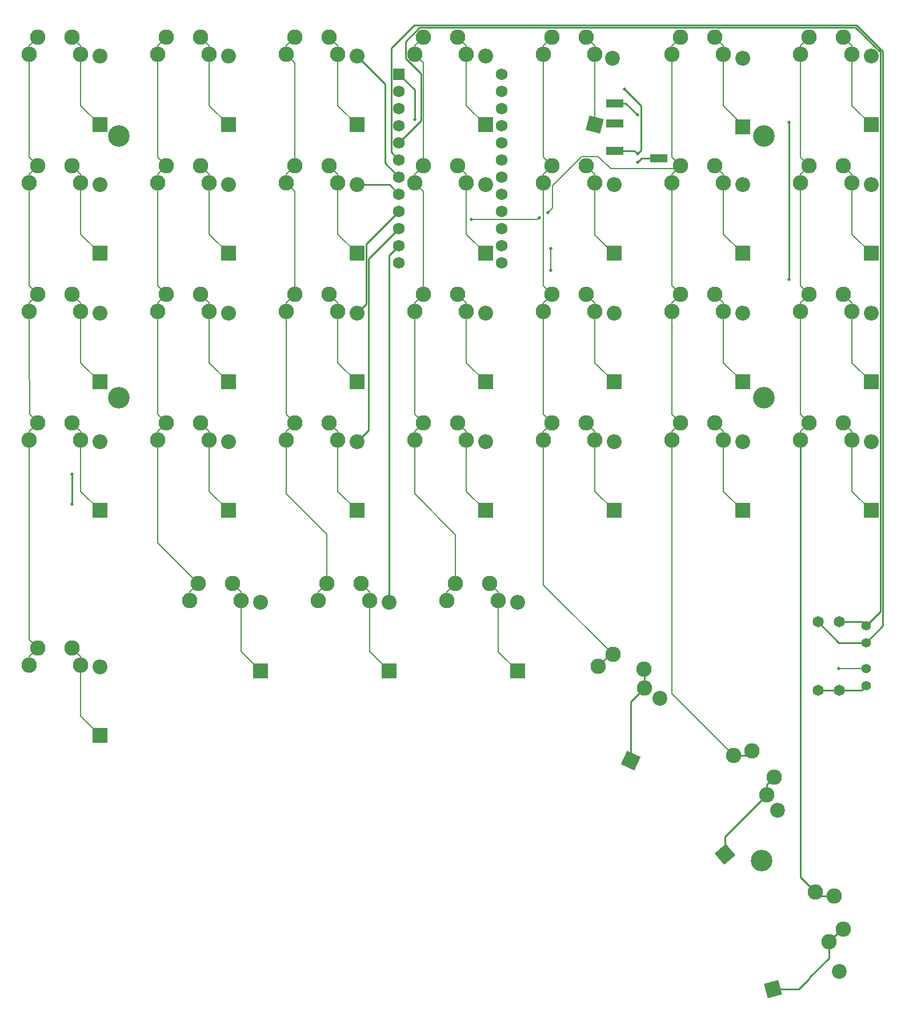
<source format=gbl>
%TF.GenerationSoftware,KiCad,Pcbnew,7.0.1*%
%TF.CreationDate,2023-04-06T15:27:56+10:00*%
%TF.ProjectId,genesys,67656e65-7379-4732-9e6b-696361645f70,rev?*%
%TF.SameCoordinates,Original*%
%TF.FileFunction,Copper,L2,Bot*%
%TF.FilePolarity,Positive*%
%FSLAX46Y46*%
G04 Gerber Fmt 4.6, Leading zero omitted, Abs format (unit mm)*
G04 Created by KiCad (PCBNEW 7.0.1) date 2023-04-06 15:27:56*
%MOMM*%
%LPD*%
G01*
G04 APERTURE LIST*
G04 Aperture macros list*
%AMHorizOval*
0 Thick line with rounded ends*
0 $1 width*
0 $2 $3 position (X,Y) of the first rounded end (center of the circle)*
0 $4 $5 position (X,Y) of the second rounded end (center of the circle)*
0 Add line between two ends*
20,1,$1,$2,$3,$4,$5,0*
0 Add two circle primitives to create the rounded ends*
1,1,$1,$2,$3*
1,1,$1,$4,$5*%
%AMRotRect*
0 Rectangle, with rotation*
0 The origin of the aperture is its center*
0 $1 length*
0 $2 width*
0 $3 Rotation angle, in degrees counterclockwise*
0 Add horizontal line*
21,1,$1,$2,0,0,$3*%
G04 Aperture macros list end*
%TA.AperFunction,ComponentPad*%
%ADD10C,1.651000*%
%TD*%
%TA.AperFunction,ComponentPad*%
%ADD11C,1.400000*%
%TD*%
%TA.AperFunction,SMDPad,CuDef*%
%ADD12R,2.500000X1.200000*%
%TD*%
%TA.AperFunction,ComponentPad*%
%ADD13C,3.200000*%
%TD*%
%TA.AperFunction,ComponentPad*%
%ADD14C,2.286000*%
%TD*%
%TA.AperFunction,ComponentPad*%
%ADD15R,2.200000X2.200000*%
%TD*%
%TA.AperFunction,ComponentPad*%
%ADD16O,2.200000X2.200000*%
%TD*%
%TA.AperFunction,ComponentPad*%
%ADD17RotRect,2.200000X2.200000X40.000000*%
%TD*%
%TA.AperFunction,ComponentPad*%
%ADD18HorizOval,2.200000X0.000000X0.000000X0.000000X0.000000X0*%
%TD*%
%TA.AperFunction,ComponentPad*%
%ADD19R,1.752600X1.752600*%
%TD*%
%TA.AperFunction,ComponentPad*%
%ADD20C,1.752600*%
%TD*%
%TA.AperFunction,ComponentPad*%
%ADD21RotRect,2.200000X2.200000X65.000000*%
%TD*%
%TA.AperFunction,ComponentPad*%
%ADD22HorizOval,2.200000X0.000000X0.000000X0.000000X0.000000X0*%
%TD*%
%TA.AperFunction,ComponentPad*%
%ADD23RotRect,2.200000X2.200000X75.000000*%
%TD*%
%TA.AperFunction,ComponentPad*%
%ADD24HorizOval,2.200000X0.000000X0.000000X0.000000X0.000000X0*%
%TD*%
%TA.AperFunction,ComponentPad*%
%ADD25RotRect,2.200000X2.200000X15.000000*%
%TD*%
%TA.AperFunction,ComponentPad*%
%ADD26HorizOval,2.200000X0.000000X0.000000X0.000000X0.000000X0*%
%TD*%
%TA.AperFunction,ViaPad*%
%ADD27C,0.500000*%
%TD*%
%TA.AperFunction,Conductor*%
%ADD28C,0.254000*%
%TD*%
%TA.AperFunction,Conductor*%
%ADD29C,0.200000*%
%TD*%
G04 APERTURE END LIST*
D10*
%TO.P,R2,1*%
%TO.N,/SCL*%
X152500000Y-112540000D03*
%TO.P,R2,2*%
%TO.N,/LED_5V*%
X152500000Y-122700000D03*
%TD*%
%TO.P,R1,1*%
%TO.N,/SDA*%
X155650000Y-112540000D03*
%TO.P,R1,2*%
%TO.N,/LED_5V*%
X155650000Y-122700000D03*
%TD*%
D11*
%TO.P,TP4,2,2*%
%TO.N,/LED_GND*%
X159600000Y-119510000D03*
%TO.P,TP4,1,1*%
%TO.N,/LED_5V*%
X159600000Y-122050000D03*
%TD*%
%TO.P,TP3,2,2*%
%TO.N,/SCL*%
X159600000Y-115640000D03*
%TO.P,TP3,1,1*%
%TO.N,/SDA*%
X159600000Y-113100000D03*
%TD*%
D12*
%TO.P,J2,R1*%
%TO.N,/LED_GND*%
X122405000Y-42735000D03*
%TO.P,J2,R2*%
%TO.N,unconnected-(J2-PadR2)*%
X122405000Y-38735000D03*
%TO.P,J2,S*%
%TO.N,/LED_5V*%
X122405000Y-35735000D03*
%TO.P,J2,T*%
%TO.N,/SERIAL*%
X128905000Y-43835000D03*
%TD*%
D13*
%TO.P,H7,*%
%TO.N,*%
X144145000Y-147955000D03*
%TD*%
%TO.P,H5,*%
%TO.N,*%
X144500000Y-79300000D03*
%TD*%
%TO.P,H4,*%
%TO.N,*%
X144500000Y-40525000D03*
%TD*%
%TO.P,H2,*%
%TO.N,*%
X48895000Y-79375000D03*
%TD*%
%TO.P,H1,*%
%TO.N,*%
X48895000Y-40525000D03*
%TD*%
D14*
%TO.P,SW23,1,1*%
%TO.N,/Col1*%
X54660000Y-85595000D03*
X55930000Y-83055000D03*
%TO.P,SW23,2,2*%
%TO.N,Net-(D23-A)*%
X61010000Y-83055000D03*
X62280000Y-85595000D03*
%TD*%
D15*
%TO.P,D3,1,A*%
%TO.N,Net-(D3-A)*%
X84160000Y-38875000D03*
D16*
%TO.P,D3,2,K*%
%TO.N,/Row0*%
X84160000Y-28715000D03*
%TD*%
D15*
%TO.P,D22,1,A*%
%TO.N,Net-(D22-A)*%
X46060000Y-96025000D03*
D16*
%TO.P,D22,2,K*%
%TO.N,/Row3*%
X46060000Y-85865000D03*
%TD*%
D15*
%TO.P,D28,1,A*%
%TO.N,Net-(D28-A)*%
X160360000Y-96025000D03*
D16*
%TO.P,D28,2,K*%
%TO.N,/Row3*%
X160360000Y-85865000D03*
%TD*%
D14*
%TO.P,SW4,1,1*%
%TO.N,/Col3*%
X92760000Y-28445000D03*
X94030000Y-25905000D03*
%TO.P,SW4,2,2*%
%TO.N,Net-(D4-A)*%
X99110000Y-25905000D03*
X100380000Y-28445000D03*
%TD*%
%TO.P,SW18,1,1*%
%TO.N,/Col3*%
X92760000Y-66545000D03*
X94030000Y-64005000D03*
%TO.P,SW18,2,2*%
%TO.N,Net-(D18-A)*%
X99110000Y-64005000D03*
X100380000Y-66545000D03*
%TD*%
D15*
%TO.P,D11,1,A*%
%TO.N,Net-(D11-A)*%
X103210000Y-57925000D03*
D16*
%TO.P,D11,2,K*%
%TO.N,/Row1*%
X103210000Y-47765000D03*
%TD*%
D14*
%TO.P,SW30,1,1*%
%TO.N,/Col1*%
X59422500Y-109407500D03*
X60692500Y-106867500D03*
%TO.P,SW30,2,2*%
%TO.N,Net-(D30-A)*%
X65772500Y-106867500D03*
X67042500Y-109407500D03*
%TD*%
%TO.P,SW27,1,1*%
%TO.N,/Col5*%
X130860000Y-85595000D03*
X132130000Y-83055000D03*
%TO.P,SW27,2,2*%
%TO.N,Net-(D27-A)*%
X137210000Y-83055000D03*
X138480000Y-85595000D03*
%TD*%
%TO.P,SW15,1,1*%
%TO.N,/Col0*%
X35610000Y-66545000D03*
X36880000Y-64005000D03*
%TO.P,SW15,2,2*%
%TO.N,Net-(D15-A)*%
X41960000Y-64005000D03*
X43230000Y-66545000D03*
%TD*%
D15*
%TO.P,D17,1,A*%
%TO.N,Net-(D17-A)*%
X84160000Y-76975000D03*
D16*
%TO.P,D17,2,K*%
%TO.N,/Row2*%
X84160000Y-66815000D03*
%TD*%
D14*
%TO.P,SW32,1,1*%
%TO.N,/Col3*%
X97522500Y-109407500D03*
X98792500Y-106867500D03*
%TO.P,SW32,2,2*%
%TO.N,Net-(D32-A)*%
X103872500Y-106867500D03*
X105142500Y-109407500D03*
%TD*%
%TO.P,SW9,1,1*%
%TO.N,/Col1*%
X54660000Y-47495000D03*
X55930000Y-44955000D03*
%TO.P,SW9,2,2*%
%TO.N,Net-(D9-A)*%
X61010000Y-44955000D03*
X62280000Y-47495000D03*
%TD*%
D15*
%TO.P,D29,1,A*%
%TO.N,Net-(D29-A)*%
X46060000Y-129362500D03*
D16*
%TO.P,D29,2,K*%
%TO.N,/Row4*%
X46060000Y-119202500D03*
%TD*%
D15*
%TO.P,D20,1,A*%
%TO.N,Net-(D20-A)*%
X141310000Y-76975000D03*
D16*
%TO.P,D20,2,K*%
%TO.N,/Row2*%
X141310000Y-66815000D03*
%TD*%
D15*
%TO.P,D21,1,A*%
%TO.N,Net-(D21-A)*%
X160360000Y-76975000D03*
D16*
%TO.P,D21,2,K*%
%TO.N,/Row2*%
X160360000Y-66815000D03*
%TD*%
D15*
%TO.P,D18,1,A*%
%TO.N,Net-(D18-A)*%
X103210000Y-76975000D03*
D16*
%TO.P,D18,2,K*%
%TO.N,/Row2*%
X103210000Y-66815000D03*
%TD*%
D14*
%TO.P,SW10,1,1*%
%TO.N,/Col2*%
X73710000Y-47495000D03*
X74980000Y-44955000D03*
%TO.P,SW10,2,2*%
%TO.N,Net-(D10-A)*%
X80060000Y-44955000D03*
X81330000Y-47495000D03*
%TD*%
D15*
%TO.P,D23,1,A*%
%TO.N,Net-(D23-A)*%
X65110000Y-96025000D03*
D16*
%TO.P,D23,2,K*%
%TO.N,/Row3*%
X65110000Y-85865000D03*
%TD*%
D14*
%TO.P,SW20,1,1*%
%TO.N,/Col5*%
X130860000Y-66545000D03*
X132130000Y-64005000D03*
%TO.P,SW20,2,2*%
%TO.N,Net-(D20-A)*%
X137210000Y-64005000D03*
X138480000Y-66545000D03*
%TD*%
%TO.P,SW7,1,1*%
%TO.N,/Col6*%
X149910000Y-28445000D03*
X151180000Y-25905000D03*
%TO.P,SW7,2,2*%
%TO.N,Net-(D7-A)*%
X156260000Y-25905000D03*
X157530000Y-28445000D03*
%TD*%
%TO.P,SW33,1,1*%
%TO.N,/Col4*%
X119885644Y-119143024D03*
X122110105Y-117377727D03*
%TO.P,SW33,2,2*%
%TO.N,Net-(D33-A)*%
X126714149Y-119524628D03*
X126791709Y-122363375D03*
%TD*%
D15*
%TO.P,D6,1,A*%
%TO.N,Net-(D6-A)*%
X141300000Y-39196904D03*
D16*
%TO.P,D6,2,K*%
%TO.N,/Row0*%
X141300000Y-29036904D03*
%TD*%
D14*
%TO.P,SW28,1,1*%
%TO.N,/Col6*%
X149910000Y-85595000D03*
X151180000Y-83055000D03*
%TO.P,SW28,2,2*%
%TO.N,Net-(D28-A)*%
X156260000Y-83055000D03*
X157530000Y-85595000D03*
%TD*%
%TO.P,SW24,1,1*%
%TO.N,/Col2*%
X73710000Y-85595000D03*
X74980000Y-83055000D03*
%TO.P,SW24,2,2*%
%TO.N,Net-(D24-A)*%
X80060000Y-83055000D03*
X81330000Y-85595000D03*
%TD*%
D15*
%TO.P,D7,1,A*%
%TO.N,Net-(D7-A)*%
X160360000Y-38875000D03*
D16*
%TO.P,D7,2,K*%
%TO.N,/Row0*%
X160360000Y-28715000D03*
%TD*%
D15*
%TO.P,D32,1,A*%
%TO.N,Net-(D32-A)*%
X107972500Y-119837500D03*
D16*
%TO.P,D32,2,K*%
%TO.N,/Row4*%
X107972500Y-109677500D03*
%TD*%
D15*
%TO.P,D12,1,A*%
%TO.N,Net-(D12-A)*%
X122260000Y-57925000D03*
D16*
%TO.P,D12,2,K*%
%TO.N,/Row1*%
X122260000Y-47765000D03*
%TD*%
D14*
%TO.P,SW34,1,1*%
%TO.N,/Col5*%
X139961958Y-132337741D03*
X142724051Y-131677937D03*
%TO.P,SW34,2,2*%
%TO.N,Net-(D34-A)*%
X145989412Y-135569443D03*
X144860000Y-138175000D03*
%TD*%
%TO.P,SW6,1,1*%
%TO.N,/Col5*%
X130860000Y-28445000D03*
X132130000Y-25905000D03*
%TO.P,SW6,2,2*%
%TO.N,Net-(D6-A)*%
X137210000Y-25905000D03*
X138480000Y-28445000D03*
%TD*%
D17*
%TO.P,D34,1,A*%
%TO.N,Net-(D34-A)*%
X138693811Y-146991561D03*
D18*
%TO.P,D34,2,K*%
%TO.N,/Row4*%
X146476823Y-140460839D03*
%TD*%
D14*
%TO.P,SW26,1,1*%
%TO.N,/Col4*%
X111810000Y-85595000D03*
X113080000Y-83055000D03*
%TO.P,SW26,2,2*%
%TO.N,Net-(D26-A)*%
X118160000Y-83055000D03*
X119430000Y-85595000D03*
%TD*%
%TO.P,SW22,1,1*%
%TO.N,/Col0*%
X35610000Y-85595000D03*
X36880000Y-83055000D03*
%TO.P,SW22,2,2*%
%TO.N,Net-(D22-A)*%
X41960000Y-83055000D03*
X43230000Y-85595000D03*
%TD*%
D19*
%TO.P,U1,1,TX*%
%TO.N,/SERIAL*%
X90396400Y-31376750D03*
D20*
%TO.P,U1,2,RX*%
%TO.N,unconnected-(U1-RX-Pad2)*%
X90396400Y-33916750D03*
%TO.P,U1,3,GND*%
%TO.N,unconnected-(U1-GND-Pad3)*%
X90396400Y-36456750D03*
%TO.P,U1,4,GND*%
%TO.N,unconnected-(U1-GND-Pad4)*%
X90396400Y-38996750D03*
%TO.P,U1,5,SDA*%
%TO.N,/SDA*%
X90396400Y-41536750D03*
%TO.P,U1,6,SCL*%
%TO.N,/SCL*%
X90396400Y-44076750D03*
%TO.P,U1,7,D4*%
%TO.N,/Row0*%
X90396400Y-46616750D03*
%TO.P,U1,8,C6*%
%TO.N,/Row1*%
X90396400Y-49156750D03*
%TO.P,U1,9,D7*%
%TO.N,/Row2*%
X90396400Y-51696750D03*
%TO.P,U1,10,E6*%
%TO.N,/Row3*%
X90396400Y-54236750D03*
%TO.P,U1,11,B4*%
%TO.N,/Row4*%
X90396400Y-56776750D03*
%TO.P,U1,12,B5*%
%TO.N,/Row5*%
X90396400Y-59316750D03*
%TO.P,U1,13,B6*%
%TO.N,/LED_DIN*%
X105636400Y-59316750D03*
%TO.P,U1,14,B2*%
%TO.N,/Col6*%
X105636400Y-56776750D03*
%TO.P,U1,15,B3*%
%TO.N,/Col5*%
X105636400Y-54236750D03*
%TO.P,U1,16,B1*%
%TO.N,/Col4*%
X105636400Y-51696750D03*
%TO.P,U1,17,F7*%
%TO.N,/Col3*%
X105636400Y-49156750D03*
%TO.P,U1,18,F6*%
%TO.N,/Col2*%
X105636400Y-46616750D03*
%TO.P,U1,19,F5*%
%TO.N,/Col1*%
X105636400Y-44076750D03*
%TO.P,U1,20,F4*%
%TO.N,/Col0*%
X105636400Y-41536750D03*
%TO.P,U1,21,VCC*%
%TO.N,/LED_5V*%
X105636400Y-38996750D03*
%TO.P,U1,22,RST*%
%TO.N,unconnected-(U1-RST-Pad22)*%
X105636400Y-36456750D03*
%TO.P,U1,23,GND*%
%TO.N,/LED_GND*%
X105636400Y-33916750D03*
%TO.P,U1,24,RAW*%
%TO.N,unconnected-(U1-RAW-Pad24)*%
X105636400Y-31376750D03*
%TD*%
D14*
%TO.P,SW35,1,1*%
%TO.N,/Col6*%
X152132577Y-152617643D03*
X154914729Y-153186969D03*
%TO.P,SW35,2,2*%
%TO.N,Net-(D35-A)*%
X156229530Y-158093872D03*
X154104778Y-159977998D03*
%TD*%
D15*
%TO.P,D26,1,A*%
%TO.N,Net-(D26-A)*%
X122260000Y-96025000D03*
D16*
%TO.P,D26,2,K*%
%TO.N,/Row3*%
X122260000Y-85865000D03*
%TD*%
D21*
%TO.P,D33,1,A*%
%TO.N,Net-(D33-A)*%
X124763174Y-133081540D03*
D22*
%TO.P,D33,2,K*%
%TO.N,/Row4*%
X129056976Y-123873453D03*
%TD*%
D14*
%TO.P,SW12,1,1*%
%TO.N,/Col4*%
X111810000Y-47495000D03*
X113080000Y-44955000D03*
%TO.P,SW12,2,2*%
%TO.N,Net-(D12-A)*%
X118160000Y-44955000D03*
X119430000Y-47495000D03*
%TD*%
D23*
%TO.P,D5,1,A*%
%TO.N,Net-(D5-A)*%
X119380000Y-38875000D03*
D24*
%TO.P,D5,2,K*%
%TO.N,/Row0*%
X122009601Y-29061194D03*
%TD*%
D14*
%TO.P,SW2,1,1*%
%TO.N,/Col1*%
X54660000Y-28445000D03*
X55930000Y-25905000D03*
%TO.P,SW2,2,2*%
%TO.N,Net-(D2-A)*%
X61010000Y-25905000D03*
X62280000Y-28445000D03*
%TD*%
%TO.P,SW13,1,1*%
%TO.N,/Col5*%
X130860000Y-47495000D03*
X132130000Y-44955000D03*
%TO.P,SW13,2,2*%
%TO.N,Net-(D13-A)*%
X137210000Y-44955000D03*
X138480000Y-47495000D03*
%TD*%
D15*
%TO.P,D16,1,A*%
%TO.N,Net-(D16-A)*%
X65110000Y-76975000D03*
D16*
%TO.P,D16,2,K*%
%TO.N,/Row2*%
X65110000Y-66815000D03*
%TD*%
D15*
%TO.P,D13,1,A*%
%TO.N,Net-(D13-A)*%
X141310000Y-57925000D03*
D16*
%TO.P,D13,2,K*%
%TO.N,/Row1*%
X141310000Y-47765000D03*
%TD*%
D15*
%TO.P,D30,1,A*%
%TO.N,Net-(D30-A)*%
X69895000Y-119790000D03*
D16*
%TO.P,D30,2,K*%
%TO.N,/Row4*%
X69895000Y-109630000D03*
%TD*%
D14*
%TO.P,SW16,1,1*%
%TO.N,/Col1*%
X54660000Y-66545000D03*
X55930000Y-64005000D03*
%TO.P,SW16,2,2*%
%TO.N,Net-(D16-A)*%
X61010000Y-64005000D03*
X62280000Y-66545000D03*
%TD*%
%TO.P,SW21,1,1*%
%TO.N,/Col6*%
X149910000Y-66545000D03*
X151180000Y-64005000D03*
%TO.P,SW21,2,2*%
%TO.N,Net-(D21-A)*%
X156260000Y-64005000D03*
X157530000Y-66545000D03*
%TD*%
%TO.P,SW29,1,1*%
%TO.N,/Col0*%
X35610000Y-118932500D03*
X36880000Y-116392500D03*
%TO.P,SW29,2,2*%
%TO.N,Net-(D29-A)*%
X41960000Y-116392500D03*
X43230000Y-118932500D03*
%TD*%
%TO.P,SW3,1,1*%
%TO.N,/Col2*%
X73710000Y-28445000D03*
X74980000Y-25905000D03*
%TO.P,SW3,2,2*%
%TO.N,Net-(D3-A)*%
X80060000Y-25905000D03*
X81330000Y-28445000D03*
%TD*%
D15*
%TO.P,D10,1,A*%
%TO.N,Net-(D10-A)*%
X84160000Y-57925000D03*
D16*
%TO.P,D10,2,K*%
%TO.N,/Row1*%
X84160000Y-47765000D03*
%TD*%
D15*
%TO.P,D9,1,A*%
%TO.N,Net-(D9-A)*%
X65110000Y-57925000D03*
D16*
%TO.P,D9,2,K*%
%TO.N,/Row1*%
X65110000Y-47765000D03*
%TD*%
D14*
%TO.P,SW14,1,1*%
%TO.N,/Col6*%
X149910000Y-47495000D03*
X151180000Y-44955000D03*
%TO.P,SW14,2,2*%
%TO.N,Net-(D14-A)*%
X156260000Y-44955000D03*
X157530000Y-47495000D03*
%TD*%
D15*
%TO.P,D4,1,A*%
%TO.N,Net-(D4-A)*%
X103210000Y-38875000D03*
D16*
%TO.P,D4,2,K*%
%TO.N,/Row0*%
X103210000Y-28715000D03*
%TD*%
D15*
%TO.P,D24,1,A*%
%TO.N,Net-(D24-A)*%
X84160000Y-96025000D03*
D16*
%TO.P,D24,2,K*%
%TO.N,/Row3*%
X84160000Y-85865000D03*
%TD*%
D15*
%TO.P,D31,1,A*%
%TO.N,Net-(D31-A)*%
X88922500Y-119837500D03*
D16*
%TO.P,D31,2,K*%
%TO.N,/Row4*%
X88922500Y-109677500D03*
%TD*%
D15*
%TO.P,D19,1,A*%
%TO.N,Net-(D19-A)*%
X122260000Y-76975000D03*
D16*
%TO.P,D19,2,K*%
%TO.N,/Row2*%
X122260000Y-66815000D03*
%TD*%
D14*
%TO.P,SW31,1,1*%
%TO.N,/Col2*%
X78395000Y-109407500D03*
X79665000Y-106867500D03*
%TO.P,SW31,2,2*%
%TO.N,Net-(D31-A)*%
X84745000Y-106867500D03*
X86015000Y-109407500D03*
%TD*%
D15*
%TO.P,D15,1,A*%
%TO.N,Net-(D15-A)*%
X46060000Y-76975000D03*
D16*
%TO.P,D15,2,K*%
%TO.N,/Row2*%
X46060000Y-66815000D03*
%TD*%
D14*
%TO.P,SW5,1,1*%
%TO.N,/Col4*%
X111810000Y-28445000D03*
X113080000Y-25905000D03*
%TO.P,SW5,2,2*%
%TO.N,Net-(D5-A)*%
X118160000Y-25905000D03*
X119430000Y-28445000D03*
%TD*%
D25*
%TO.P,D35,1,A*%
%TO.N,Net-(D35-A)*%
X145811194Y-166964601D03*
D26*
%TO.P,D35,2,K*%
%TO.N,/Row4*%
X155625000Y-164335000D03*
%TD*%
D15*
%TO.P,D8,1,A*%
%TO.N,Net-(D8-A)*%
X46060000Y-57925000D03*
D16*
%TO.P,D8,2,K*%
%TO.N,/Row1*%
X46060000Y-47765000D03*
%TD*%
D15*
%TO.P,D25,1,A*%
%TO.N,Net-(D25-A)*%
X103210000Y-96025000D03*
D16*
%TO.P,D25,2,K*%
%TO.N,/Row3*%
X103210000Y-85865000D03*
%TD*%
D14*
%TO.P,SW19,1,1*%
%TO.N,/Col4*%
X111810000Y-66545000D03*
X113080000Y-64005000D03*
%TO.P,SW19,2,2*%
%TO.N,Net-(D19-A)*%
X118160000Y-64005000D03*
X119430000Y-66545000D03*
%TD*%
%TO.P,SW8,1,1*%
%TO.N,/Col0*%
X35610000Y-47495000D03*
X36880000Y-44955000D03*
%TO.P,SW8,2,2*%
%TO.N,Net-(D8-A)*%
X41960000Y-44955000D03*
X43230000Y-47495000D03*
%TD*%
%TO.P,SW25,1,1*%
%TO.N,/Col3*%
X92760000Y-85595000D03*
X94030000Y-83055000D03*
%TO.P,SW25,2,2*%
%TO.N,Net-(D25-A)*%
X99110000Y-83055000D03*
X100380000Y-85595000D03*
%TD*%
%TO.P,SW17,1,1*%
%TO.N,/Col2*%
X73710000Y-66545000D03*
X74980000Y-64005000D03*
%TO.P,SW17,2,2*%
%TO.N,Net-(D17-A)*%
X80060000Y-64005000D03*
X81330000Y-66545000D03*
%TD*%
D15*
%TO.P,D2,1,A*%
%TO.N,Net-(D2-A)*%
X65110000Y-38875000D03*
D16*
%TO.P,D2,2,K*%
%TO.N,/Row0*%
X65110000Y-28715000D03*
%TD*%
D15*
%TO.P,D1,1,A*%
%TO.N,Net-(D1-A)*%
X46060000Y-38875000D03*
D16*
%TO.P,D1,2,K*%
%TO.N,/Row0*%
X46060000Y-28715000D03*
%TD*%
D15*
%TO.P,D14,1,A*%
%TO.N,Net-(D14-A)*%
X160360000Y-57925000D03*
D16*
%TO.P,D14,2,K*%
%TO.N,/Row1*%
X160360000Y-47765000D03*
%TD*%
D14*
%TO.P,SW1,1,1*%
%TO.N,/Col0*%
X35610000Y-28445000D03*
X36880000Y-25905000D03*
%TO.P,SW1,2,2*%
%TO.N,Net-(D1-A)*%
X41960000Y-25905000D03*
X43230000Y-28445000D03*
%TD*%
%TO.P,SW11,1,1*%
%TO.N,/Col3*%
X92760000Y-47495000D03*
X94030000Y-44955000D03*
%TO.P,SW11,2,2*%
%TO.N,Net-(D11-A)*%
X99110000Y-44955000D03*
X100380000Y-47495000D03*
%TD*%
D15*
%TO.P,D27,1,A*%
%TO.N,Net-(D27-A)*%
X141310000Y-96025000D03*
D16*
%TO.P,D27,2,K*%
%TO.N,/Row3*%
X141310000Y-85865000D03*
%TD*%
D27*
%TO.N,/LED_GND*%
X155600000Y-119500000D03*
%TO.N,/LED_DIN*%
X148200000Y-38500000D03*
X148200000Y-61800000D03*
%TO.N,/LED_GND*%
X123825000Y-33655000D03*
%TO.N,/SERIAL*%
X92710000Y-38100000D03*
X125730000Y-44450000D03*
%TO.N,/LED_GND*%
X125730000Y-43180000D03*
%TO.N,/LED_5V*%
X125730000Y-37465000D03*
%TO.N,/LED_GND*%
X112895000Y-57210000D03*
X112885000Y-60450000D03*
%TO.N,/LED_5V*%
X41960000Y-90675000D03*
X111210500Y-52710000D03*
X41960000Y-95120000D03*
X101125000Y-52960000D03*
%TO.N,/Col5*%
X112445000Y-51940000D03*
%TD*%
D28*
%TO.N,/SCL*%
X152500000Y-112540000D02*
X155600000Y-115640000D01*
X155600000Y-115640000D02*
X159600000Y-115640000D01*
%TO.N,/SDA*%
X159040000Y-112540000D02*
X159600000Y-113100000D01*
X155650000Y-112540000D02*
X159040000Y-112540000D01*
%TO.N,/LED_5V*%
X155650000Y-122700000D02*
X158950000Y-122700000D01*
X158950000Y-122700000D02*
X159600000Y-122050000D01*
X152500000Y-122700000D02*
X155650000Y-122700000D01*
D29*
%TO.N,/Col0*%
X35610000Y-65275000D02*
X35610000Y-66545000D01*
X36880000Y-64005000D02*
X35610000Y-65275000D01*
D28*
%TO.N,/SDA*%
X93459343Y-24500000D02*
X158059846Y-24500000D01*
X161714000Y-28154154D02*
X158059846Y-24500000D01*
X161714000Y-110986000D02*
X161714000Y-28154154D01*
X159600000Y-113100000D02*
X161714000Y-110986000D01*
X91363000Y-29023657D02*
X91363000Y-26596343D01*
X93676000Y-31336657D02*
X91363000Y-29023657D01*
X93676000Y-38257150D02*
X93676000Y-31336657D01*
X91363000Y-26596343D02*
X93459343Y-24500000D01*
X90396400Y-41536750D02*
X93676000Y-38257150D01*
%TO.N,/SCL*%
X162095000Y-113145000D02*
X159600000Y-115640000D01*
X158217661Y-24119000D02*
X162095000Y-27996339D01*
X92681000Y-24119000D02*
X158217661Y-24119000D01*
X89266100Y-27533900D02*
X92681000Y-24119000D01*
X89266100Y-42946450D02*
X89266100Y-27533900D01*
X90396400Y-44076750D02*
X89266100Y-42946450D01*
X162095000Y-27996339D02*
X162095000Y-113145000D01*
D29*
%TO.N,/LED_GND*%
X155610000Y-119510000D02*
X159600000Y-119510000D01*
X155600000Y-119500000D02*
X155610000Y-119510000D01*
%TO.N,/Col6*%
X149910000Y-84325000D02*
X149910000Y-85595000D01*
X151180000Y-83055000D02*
X149910000Y-84325000D01*
%TO.N,/Col0*%
X35610000Y-66545000D02*
X35610000Y-76575000D01*
D28*
%TO.N,/LED_DIN*%
X148200000Y-61800000D02*
X148200000Y-38500000D01*
%TO.N,/Row4*%
X88922500Y-58250650D02*
X88922500Y-109677500D01*
X90396400Y-56776750D02*
X88922500Y-58250650D01*
%TO.N,/Row3*%
X85895000Y-84130000D02*
X84160000Y-85865000D01*
X85895000Y-58738150D02*
X85895000Y-84130000D01*
X90396400Y-54236750D02*
X85895000Y-58738150D01*
%TO.N,/Row2*%
X85514000Y-56579150D02*
X85514000Y-65461000D01*
X85514000Y-65461000D02*
X84160000Y-66815000D01*
X90396400Y-51696750D02*
X85514000Y-56579150D01*
%TO.N,/Row1*%
X90396400Y-49156750D02*
X89004650Y-47765000D01*
X89004650Y-47765000D02*
X84160000Y-47765000D01*
%TO.N,/Row0*%
X88342000Y-32897000D02*
X84160000Y-28715000D01*
X88342000Y-44562350D02*
X88342000Y-32897000D01*
X90396400Y-46616750D02*
X88342000Y-44562350D01*
%TO.N,/Col6*%
X149910000Y-85595000D02*
X149910000Y-150395066D01*
X149910000Y-150395066D02*
X152132577Y-152617643D01*
D29*
%TO.N,Net-(D5-A)*%
X119430000Y-28445000D02*
X119430000Y-38825000D01*
%TO.N,Net-(D6-A)*%
X138480000Y-36071904D02*
X141605000Y-39196904D01*
X138480000Y-28445000D02*
X138480000Y-36071904D01*
D28*
%TO.N,/LED_GND*%
X126234000Y-36064000D02*
X123825000Y-33655000D01*
X126234000Y-42676000D02*
X126234000Y-36064000D01*
X125730000Y-43180000D02*
X126234000Y-42676000D01*
%TO.N,/SERIAL*%
X92710000Y-38100000D02*
X92710000Y-33690350D01*
X92710000Y-33690350D02*
X90396400Y-31376750D01*
%TO.N,/LED_5V*%
X124000000Y-35735000D02*
X125730000Y-37465000D01*
X122405000Y-35735000D02*
X124000000Y-35735000D01*
%TO.N,/LED_GND*%
X125285000Y-42735000D02*
X125730000Y-43180000D01*
X122405000Y-42735000D02*
X125285000Y-42735000D01*
%TO.N,/SERIAL*%
X126345000Y-43835000D02*
X125730000Y-44450000D01*
X128905000Y-43835000D02*
X126345000Y-43835000D01*
D29*
%TO.N,/Col5*%
X119956662Y-43585000D02*
X121778662Y-45407000D01*
X121778662Y-45407000D02*
X131678000Y-45407000D01*
X117489289Y-43585000D02*
X119956662Y-43585000D01*
X113180000Y-47894289D02*
X117489289Y-43585000D01*
X113180000Y-51205000D02*
X113180000Y-47894289D01*
X112445000Y-51940000D02*
X113180000Y-51205000D01*
%TO.N,Net-(D1-A)*%
X41960000Y-25905000D02*
X43230000Y-27175000D01*
X43230000Y-28445000D02*
X43230000Y-36045000D01*
X43230000Y-27175000D02*
X43230000Y-28445000D01*
X43230000Y-36045000D02*
X46060000Y-38875000D01*
%TO.N,Net-(D9-A)*%
X62280000Y-47495000D02*
X62280000Y-55095000D01*
X62280000Y-46225000D02*
X62280000Y-47495000D01*
X62280000Y-55095000D02*
X65110000Y-57925000D01*
X61010000Y-44955000D02*
X62280000Y-46225000D01*
%TO.N,Net-(D8-A)*%
X43230000Y-55095000D02*
X46060000Y-57925000D01*
X41960000Y-44955000D02*
X43230000Y-46225000D01*
X43230000Y-46225000D02*
X43230000Y-47495000D01*
X43230000Y-47495000D02*
X43230000Y-55095000D01*
%TO.N,Net-(D7-A)*%
X157530000Y-27175000D02*
X157530000Y-28445000D01*
X157530000Y-36045000D02*
X160360000Y-38875000D01*
X156260000Y-25905000D02*
X157530000Y-27175000D01*
X157530000Y-28445000D02*
X157530000Y-36045000D01*
%TO.N,Net-(D6-A)*%
X137210000Y-25905000D02*
X138480000Y-27175000D01*
X138480000Y-27175000D02*
X138480000Y-28445000D01*
%TO.N,Net-(D5-A)*%
X118160000Y-25905000D02*
X119430000Y-27175000D01*
X119430000Y-27175000D02*
X119430000Y-28445000D01*
%TO.N,Net-(D4-A)*%
X100380000Y-27175000D02*
X100380000Y-28445000D01*
X99110000Y-25905000D02*
X100380000Y-27175000D01*
X100380000Y-36045000D02*
X103210000Y-38875000D01*
X100380000Y-28445000D02*
X100380000Y-36045000D01*
D28*
%TO.N,Net-(D35-A)*%
X151135095Y-165457150D02*
X149627644Y-166964601D01*
X151266399Y-165229722D02*
X151135095Y-165457150D01*
X154104778Y-159977998D02*
X154104778Y-162391343D01*
X149627644Y-166964601D02*
X145811194Y-166964601D01*
X154104778Y-162391343D02*
X151266399Y-165229722D01*
X154104778Y-159977998D02*
X155988904Y-158093872D01*
%TO.N,Net-(D34-A)*%
X138693811Y-146991561D02*
X138693811Y-144341189D01*
X138693811Y-144341189D02*
X144860000Y-138175000D01*
X144860000Y-138175000D02*
X144860000Y-136698855D01*
X144860000Y-136698855D02*
X145989412Y-135569443D01*
%TO.N,Net-(D33-A)*%
X124763174Y-124391910D02*
X126791709Y-122363375D01*
X126791709Y-122363375D02*
X126791709Y-119602188D01*
X124763174Y-133081540D02*
X124763174Y-124391910D01*
D29*
%TO.N,Net-(D32-A)*%
X103872500Y-106867500D02*
X105142500Y-108137500D01*
X105142500Y-117007500D02*
X107972500Y-119837500D01*
X105142500Y-109407500D02*
X105142500Y-117007500D01*
X105142500Y-108137500D02*
X105142500Y-109407500D01*
%TO.N,Net-(D31-A)*%
X86015000Y-109407500D02*
X86015000Y-116930000D01*
X86015000Y-108137500D02*
X86015000Y-109407500D01*
X84745000Y-106867500D02*
X86015000Y-108137500D01*
X86015000Y-116930000D02*
X88922500Y-119837500D01*
%TO.N,Net-(D30-A)*%
X67042500Y-116937500D02*
X69895000Y-119790000D01*
X65772500Y-106867500D02*
X67042500Y-108137500D01*
X67042500Y-108137500D02*
X67042500Y-109407500D01*
X67042500Y-109407500D02*
X67042500Y-116937500D01*
%TO.N,Net-(D3-A)*%
X81330000Y-27175000D02*
X81330000Y-28445000D01*
X81330000Y-28445000D02*
X81330000Y-36045000D01*
X81330000Y-36045000D02*
X84160000Y-38875000D01*
X80060000Y-25905000D02*
X81330000Y-27175000D01*
%TO.N,Net-(D29-A)*%
X43230000Y-118932500D02*
X43230000Y-126532500D01*
X41960000Y-116392500D02*
X43230000Y-117662500D01*
X43230000Y-117662500D02*
X43230000Y-118932500D01*
X43230000Y-126532500D02*
X46060000Y-129362500D01*
%TO.N,Net-(D28-A)*%
X157530000Y-85595000D02*
X157530000Y-93195000D01*
X156260000Y-83055000D02*
X157530000Y-84325000D01*
X157530000Y-84325000D02*
X157530000Y-85595000D01*
X157530000Y-93195000D02*
X160360000Y-96025000D01*
%TO.N,Net-(D27-A)*%
X137210000Y-83055000D02*
X138480000Y-84325000D01*
X138480000Y-93195000D02*
X141310000Y-96025000D01*
X138480000Y-84325000D02*
X138480000Y-85595000D01*
X138480000Y-85595000D02*
X138480000Y-93195000D01*
%TO.N,Net-(D26-A)*%
X118160000Y-83055000D02*
X119430000Y-84325000D01*
X119430000Y-93195000D02*
X122260000Y-96025000D01*
X119430000Y-84325000D02*
X119430000Y-85595000D01*
X119430000Y-85595000D02*
X119430000Y-93195000D01*
%TO.N,Net-(D25-A)*%
X100380000Y-84325000D02*
X100380000Y-85595000D01*
X100380000Y-85595000D02*
X100380000Y-93195000D01*
X100380000Y-93195000D02*
X103210000Y-96025000D01*
X99110000Y-83055000D02*
X100380000Y-84325000D01*
%TO.N,Net-(D24-A)*%
X81330000Y-85595000D02*
X81330000Y-93195000D01*
X81330000Y-93195000D02*
X84160000Y-96025000D01*
X81330000Y-84325000D02*
X81330000Y-85595000D01*
X80060000Y-83055000D02*
X81330000Y-84325000D01*
%TO.N,Net-(D23-A)*%
X61010000Y-83055000D02*
X62280000Y-84325000D01*
X62280000Y-84325000D02*
X62280000Y-85595000D01*
X62280000Y-85595000D02*
X62280000Y-93195000D01*
X62280000Y-93195000D02*
X65110000Y-96025000D01*
%TO.N,Net-(D22-A)*%
X41960000Y-83055000D02*
X43230000Y-84325000D01*
X43230000Y-84325000D02*
X43230000Y-85595000D01*
X43230000Y-93195000D02*
X46060000Y-96025000D01*
X43230000Y-85595000D02*
X43230000Y-93195000D01*
%TO.N,Net-(D21-A)*%
X157530000Y-66545000D02*
X157530000Y-74145000D01*
X157530000Y-65275000D02*
X157530000Y-66545000D01*
X157530000Y-74145000D02*
X160360000Y-76975000D01*
X156260000Y-64005000D02*
X157530000Y-65275000D01*
%TO.N,Net-(D20-A)*%
X137210000Y-64005000D02*
X138480000Y-65275000D01*
X138480000Y-74145000D02*
X141310000Y-76975000D01*
X138480000Y-66545000D02*
X138480000Y-74145000D01*
X138480000Y-65275000D02*
X138480000Y-66545000D01*
%TO.N,Net-(D2-A)*%
X62280000Y-36045000D02*
X65110000Y-38875000D01*
X62280000Y-28445000D02*
X62280000Y-36045000D01*
X61010000Y-25905000D02*
X62280000Y-27175000D01*
X62280000Y-27175000D02*
X62280000Y-28445000D01*
%TO.N,Net-(D19-A)*%
X119430000Y-66545000D02*
X119430000Y-74145000D01*
X119430000Y-74145000D02*
X122260000Y-76975000D01*
X119430000Y-65275000D02*
X119430000Y-66545000D01*
X118160000Y-64005000D02*
X119430000Y-65275000D01*
%TO.N,Net-(D18-A)*%
X100380000Y-66545000D02*
X100380000Y-74145000D01*
X100380000Y-65275000D02*
X100380000Y-66545000D01*
X99110000Y-64005000D02*
X100380000Y-65275000D01*
X100380000Y-74145000D02*
X103210000Y-76975000D01*
%TO.N,Net-(D17-A)*%
X80060000Y-64005000D02*
X81330000Y-65275000D01*
X81330000Y-65275000D02*
X81330000Y-66545000D01*
X81330000Y-74145000D02*
X84160000Y-76975000D01*
X81330000Y-66545000D02*
X81330000Y-74145000D01*
%TO.N,Net-(D16-A)*%
X61010000Y-64005000D02*
X62280000Y-65275000D01*
X62280000Y-65275000D02*
X62280000Y-66545000D01*
X62280000Y-66545000D02*
X62280000Y-74145000D01*
X62280000Y-74145000D02*
X65110000Y-76975000D01*
%TO.N,Net-(D15-A)*%
X41960000Y-64005000D02*
X43230000Y-65275000D01*
X43230000Y-74145000D02*
X46060000Y-76975000D01*
X43230000Y-66545000D02*
X43230000Y-74145000D01*
X43230000Y-65275000D02*
X43230000Y-66545000D01*
%TO.N,Net-(D14-A)*%
X157530000Y-47495000D02*
X157530000Y-55095000D01*
X157530000Y-46225000D02*
X157530000Y-47495000D01*
X156260000Y-44955000D02*
X157530000Y-46225000D01*
X157530000Y-55095000D02*
X160360000Y-57925000D01*
%TO.N,Net-(D13-A)*%
X137210000Y-44955000D02*
X138480000Y-46225000D01*
X138480000Y-46225000D02*
X138480000Y-47495000D01*
X138480000Y-47495000D02*
X138480000Y-55095000D01*
X138480000Y-55095000D02*
X141310000Y-57925000D01*
%TO.N,Net-(D12-A)*%
X118160000Y-44955000D02*
X119430000Y-46225000D01*
X122110000Y-57925000D02*
X119430000Y-55245000D01*
X119430000Y-46225000D02*
X119430000Y-47495000D01*
X119430000Y-55245000D02*
X119430000Y-47495000D01*
%TO.N,Net-(D11-A)*%
X103210000Y-57925000D02*
X100380000Y-55095000D01*
X100380000Y-46225000D02*
X100380000Y-47495000D01*
X100380000Y-55095000D02*
X100380000Y-47495000D01*
X99110000Y-44955000D02*
X100380000Y-46225000D01*
%TO.N,Net-(D10-A)*%
X81330000Y-47495000D02*
X81330000Y-55095000D01*
X81330000Y-46225000D02*
X81330000Y-47495000D01*
X81330000Y-55095000D02*
X84160000Y-57925000D01*
X80060000Y-44955000D02*
X81330000Y-46225000D01*
%TO.N,/LED_GND*%
X112885000Y-60450000D02*
X112895000Y-60440000D01*
X112895000Y-60440000D02*
X112895000Y-57210000D01*
%TO.N,/LED_5V*%
X111210500Y-52710000D02*
X110960500Y-52960000D01*
X110960500Y-52960000D02*
X101125000Y-52960000D01*
D28*
X41960000Y-95120000D02*
X41960000Y-90675000D01*
D29*
%TO.N,/Col6*%
X151180000Y-44955000D02*
X149910000Y-46225000D01*
X149910000Y-28445000D02*
X149910000Y-43685000D01*
X149910000Y-46225000D02*
X149910000Y-47495000D01*
X149910000Y-66545000D02*
X149910000Y-81785000D01*
X149910000Y-62735000D02*
X151180000Y-64005000D01*
X149910000Y-47495000D02*
X149910000Y-62735000D01*
X149910000Y-27175000D02*
X149910000Y-28445000D01*
D28*
X154914729Y-153186969D02*
X152701903Y-153186969D01*
D29*
X149910000Y-43685000D02*
X151180000Y-44955000D01*
X151180000Y-25905000D02*
X149910000Y-27175000D01*
X151180000Y-64005000D02*
X149910000Y-65275000D01*
X149910000Y-81785000D02*
X151180000Y-83055000D01*
X149910000Y-65275000D02*
X149910000Y-66545000D01*
%TO.N,/Col5*%
X130860000Y-28445000D02*
X130860000Y-43685000D01*
X130860000Y-81785000D02*
X132130000Y-83055000D01*
X130860000Y-47495000D02*
X130860000Y-62735000D01*
X130860000Y-84325000D02*
X130860000Y-85595000D01*
X130895000Y-68960000D02*
X130860000Y-68995000D01*
X132130000Y-83055000D02*
X130860000Y-84325000D01*
X132130000Y-25905000D02*
X130860000Y-27175000D01*
X130860000Y-123235783D02*
X139961958Y-132337741D01*
D28*
X139961958Y-132337741D02*
X142064247Y-132337741D01*
D29*
X130860000Y-68995000D02*
X130860000Y-81785000D01*
X130860000Y-65275000D02*
X130860000Y-66545000D01*
X130860000Y-43685000D02*
X132130000Y-44955000D01*
X130860000Y-46225000D02*
X130860000Y-47495000D01*
X132130000Y-44955000D02*
X130860000Y-46225000D01*
X130860000Y-85595000D02*
X130860000Y-123235783D01*
X130860000Y-66545000D02*
X130860000Y-68925000D01*
X130860000Y-68925000D02*
X130895000Y-68960000D01*
X132130000Y-64005000D02*
X130860000Y-65275000D01*
X130860000Y-62735000D02*
X132130000Y-64005000D01*
X130860000Y-27175000D02*
X130860000Y-28445000D01*
%TO.N,/Col4*%
X111810000Y-84325000D02*
X111810000Y-85595000D01*
X111810000Y-62735000D02*
X113080000Y-64005000D01*
X113080000Y-83055000D02*
X111810000Y-84325000D01*
X111810000Y-107077622D02*
X122110105Y-117377727D01*
X111810000Y-81785000D02*
X113080000Y-83055000D01*
X111810000Y-85595000D02*
X111810000Y-107077622D01*
X111810000Y-65275000D02*
X111810000Y-66545000D01*
X113080000Y-25905000D02*
X111810000Y-27175000D01*
X111810000Y-27175000D02*
X111810000Y-28445000D01*
X113080000Y-44955000D02*
X111810000Y-43685000D01*
X113080000Y-64005000D02*
X111810000Y-65275000D01*
X113080000Y-44955000D02*
X111810000Y-46225000D01*
D28*
X119885644Y-119143024D02*
X121650941Y-117377727D01*
D29*
X111810000Y-46225000D02*
X111810000Y-47495000D01*
X111810000Y-43685000D02*
X111810000Y-28445000D01*
X111810000Y-47495000D02*
X111810000Y-62735000D01*
X111810000Y-66545000D02*
X111810000Y-81785000D01*
%TO.N,/Col3*%
X98792500Y-99619669D02*
X98792500Y-106867500D01*
X94030000Y-64005000D02*
X92760000Y-65275000D01*
X92760000Y-85595000D02*
X92760000Y-93587169D01*
X92760000Y-84325000D02*
X92760000Y-85595000D01*
X92760000Y-81785000D02*
X94030000Y-83055000D01*
X92760000Y-47495000D02*
X94030000Y-48765000D01*
X92760000Y-28445000D02*
X94030000Y-29715000D01*
X98792500Y-106867500D02*
X97522500Y-108137500D01*
X94030000Y-29715000D02*
X94030000Y-44955000D01*
X92760000Y-27175000D02*
X92760000Y-28445000D01*
X97522500Y-108137500D02*
X97522500Y-109407500D01*
X92760000Y-46225000D02*
X92760000Y-47495000D01*
X94030000Y-83055000D02*
X92760000Y-84325000D01*
X94030000Y-25905000D02*
X92760000Y-27175000D01*
X94030000Y-44955000D02*
X92760000Y-46225000D01*
X92760000Y-66545000D02*
X92760000Y-81785000D01*
X92760000Y-65275000D02*
X92760000Y-66545000D01*
X94030000Y-48765000D02*
X94030000Y-64005000D01*
X92760000Y-93587169D02*
X98792500Y-99619669D01*
%TO.N,/Col2*%
X74980000Y-25905000D02*
X73710000Y-27175000D01*
X74980000Y-83055000D02*
X73710000Y-84325000D01*
X79665000Y-99542169D02*
X79665000Y-106867500D01*
X74980000Y-44955000D02*
X73710000Y-46225000D01*
X78395000Y-108137500D02*
X78395000Y-109407500D01*
X74980000Y-29715000D02*
X74980000Y-44955000D01*
X74980000Y-48765000D02*
X74980000Y-64005000D01*
X73710000Y-47495000D02*
X74980000Y-48765000D01*
X73710000Y-93587169D02*
X79665000Y-99542169D01*
X73710000Y-46225000D02*
X73710000Y-47495000D01*
X74980000Y-64005000D02*
X73710000Y-65275000D01*
X73710000Y-65275000D02*
X73710000Y-66545000D01*
X73710000Y-84325000D02*
X73710000Y-85595000D01*
X73710000Y-85595000D02*
X73710000Y-93587169D01*
X73710000Y-27175000D02*
X73710000Y-28445000D01*
X73710000Y-81785000D02*
X74980000Y-83055000D01*
X73710000Y-66545000D02*
X73710000Y-81785000D01*
X73710000Y-28445000D02*
X74980000Y-29715000D01*
X79665000Y-106867500D02*
X78395000Y-108137500D01*
%TO.N,/Col1*%
X59422500Y-108137500D02*
X59422500Y-109407500D01*
X54660000Y-47495000D02*
X54660000Y-62735000D01*
X54660000Y-65275000D02*
X54660000Y-66545000D01*
X54660000Y-66545000D02*
X54660000Y-81785000D01*
X54660000Y-27175000D02*
X54660000Y-28445000D01*
X55930000Y-83055000D02*
X54660000Y-84325000D01*
X54660000Y-43685000D02*
X55930000Y-44955000D01*
X54660000Y-46225000D02*
X54660000Y-47495000D01*
X54660000Y-28445000D02*
X54660000Y-43685000D01*
X55930000Y-64005000D02*
X54660000Y-65275000D01*
X60692500Y-106867500D02*
X59422500Y-108137500D01*
X55930000Y-44955000D02*
X54660000Y-46225000D01*
X54660000Y-85595000D02*
X54660000Y-100835000D01*
X55930000Y-25905000D02*
X54660000Y-27175000D01*
X54660000Y-81785000D02*
X55930000Y-83055000D01*
X54660000Y-100835000D02*
X60692500Y-106867500D01*
X54660000Y-62735000D02*
X55930000Y-64005000D01*
X54660000Y-84325000D02*
X54660000Y-85595000D01*
%TO.N,/Col0*%
X35610000Y-43685000D02*
X36880000Y-44955000D01*
X35610000Y-115122500D02*
X36880000Y-116392500D01*
X35610000Y-85595000D02*
X35610000Y-115122500D01*
X36880000Y-44955000D02*
X35610000Y-46225000D01*
X35610000Y-62735000D02*
X36880000Y-64005000D01*
X35610000Y-27175000D02*
X35610000Y-28445000D01*
X35610000Y-117662500D02*
X35610000Y-118932500D01*
X35610000Y-46225000D02*
X35610000Y-47495000D01*
X35634835Y-81809835D02*
X36880000Y-83055000D01*
X36880000Y-116392500D02*
X35610000Y-117662500D01*
X35610000Y-47495000D02*
X35610000Y-62735000D01*
X36880000Y-83055000D02*
X35610000Y-84325000D01*
X35610000Y-28445000D02*
X35610000Y-43685000D01*
X35610000Y-84325000D02*
X35610000Y-85595000D01*
X36880000Y-25905000D02*
X35610000Y-27175000D01*
X35634835Y-76599835D02*
X35634835Y-81809835D01*
%TD*%
M02*

</source>
